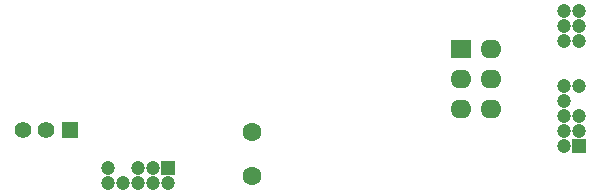
<source format=gbs>
G04 Layer_Color=16711935*
%FSLAX24Y24*%
%MOIN*%
G70*
G01*
G75*
%ADD64O,0.0700X0.0630*%
%ADD65R,0.0700X0.0630*%
%ADD66C,0.0631*%
%ADD67R,0.0474X0.0474*%
%ADD68C,0.0474*%
%ADD69R,0.0474X0.0474*%
%ADD70C,0.0552*%
%ADD71R,0.0552X0.0552*%
D64*
X17364Y-1000D02*
D03*
Y0D02*
D03*
X18364Y-1000D02*
D03*
Y0D02*
D03*
Y1000D02*
D03*
D65*
X17364D02*
D03*
D66*
X10394Y-3250D02*
D03*
X10394Y-1760D02*
D03*
D67*
X21270Y-2250D02*
D03*
D68*
X20770D02*
D03*
X21270Y-1750D02*
D03*
X20770D02*
D03*
X21270Y-1250D02*
D03*
X20770D02*
D03*
Y-750D02*
D03*
X21270Y-250D02*
D03*
X20770D02*
D03*
X21270Y1250D02*
D03*
X20770D02*
D03*
X21270Y1750D02*
D03*
X20770D02*
D03*
X21270Y2250D02*
D03*
X20770D02*
D03*
X5570Y-3480D02*
D03*
Y-2980D02*
D03*
X6070Y-3480D02*
D03*
X6570D02*
D03*
Y-2980D02*
D03*
X7070Y-3480D02*
D03*
Y-2980D02*
D03*
X7570Y-3480D02*
D03*
D69*
Y-2980D02*
D03*
D70*
X3524Y-1710D02*
D03*
X2736D02*
D03*
D71*
X4311D02*
D03*
M02*

</source>
